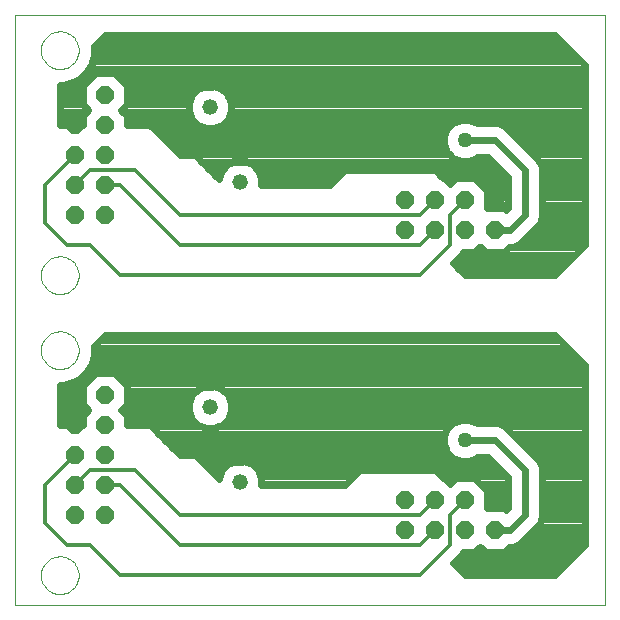
<source format=gbl>
G75*
%MOIN*%
%OFA0B0*%
%FSLAX24Y24*%
%IPPOS*%
%LPD*%
%AMOC8*
5,1,8,0,0,1.08239X$1,22.5*
%
%ADD10C,0.0000*%
%ADD11OC8,0.0600*%
%ADD12OC8,0.0520*%
%ADD13C,0.0520*%
%ADD14C,0.0240*%
%ADD15C,0.0500*%
%ADD16C,0.0120*%
D10*
X000100Y000100D02*
X000100Y019785D01*
X019785Y019785D01*
X019785Y000100D01*
X000100Y000100D01*
X000970Y001100D02*
X000972Y001150D01*
X000978Y001200D01*
X000988Y001249D01*
X001002Y001297D01*
X001019Y001344D01*
X001040Y001389D01*
X001065Y001433D01*
X001093Y001474D01*
X001125Y001513D01*
X001159Y001550D01*
X001196Y001584D01*
X001236Y001614D01*
X001278Y001641D01*
X001322Y001665D01*
X001368Y001686D01*
X001415Y001702D01*
X001463Y001715D01*
X001513Y001724D01*
X001562Y001729D01*
X001613Y001730D01*
X001663Y001727D01*
X001712Y001720D01*
X001761Y001709D01*
X001809Y001694D01*
X001855Y001676D01*
X001900Y001654D01*
X001943Y001628D01*
X001984Y001599D01*
X002023Y001567D01*
X002059Y001532D01*
X002091Y001494D01*
X002121Y001454D01*
X002148Y001411D01*
X002171Y001367D01*
X002190Y001321D01*
X002206Y001273D01*
X002218Y001224D01*
X002226Y001175D01*
X002230Y001125D01*
X002230Y001075D01*
X002226Y001025D01*
X002218Y000976D01*
X002206Y000927D01*
X002190Y000879D01*
X002171Y000833D01*
X002148Y000789D01*
X002121Y000746D01*
X002091Y000706D01*
X002059Y000668D01*
X002023Y000633D01*
X001984Y000601D01*
X001943Y000572D01*
X001900Y000546D01*
X001855Y000524D01*
X001809Y000506D01*
X001761Y000491D01*
X001712Y000480D01*
X001663Y000473D01*
X001613Y000470D01*
X001562Y000471D01*
X001513Y000476D01*
X001463Y000485D01*
X001415Y000498D01*
X001368Y000514D01*
X001322Y000535D01*
X001278Y000559D01*
X001236Y000586D01*
X001196Y000616D01*
X001159Y000650D01*
X001125Y000687D01*
X001093Y000726D01*
X001065Y000767D01*
X001040Y000811D01*
X001019Y000856D01*
X001002Y000903D01*
X000988Y000951D01*
X000978Y001000D01*
X000972Y001050D01*
X000970Y001100D01*
X000970Y008600D02*
X000972Y008650D01*
X000978Y008700D01*
X000988Y008749D01*
X001002Y008797D01*
X001019Y008844D01*
X001040Y008889D01*
X001065Y008933D01*
X001093Y008974D01*
X001125Y009013D01*
X001159Y009050D01*
X001196Y009084D01*
X001236Y009114D01*
X001278Y009141D01*
X001322Y009165D01*
X001368Y009186D01*
X001415Y009202D01*
X001463Y009215D01*
X001513Y009224D01*
X001562Y009229D01*
X001613Y009230D01*
X001663Y009227D01*
X001712Y009220D01*
X001761Y009209D01*
X001809Y009194D01*
X001855Y009176D01*
X001900Y009154D01*
X001943Y009128D01*
X001984Y009099D01*
X002023Y009067D01*
X002059Y009032D01*
X002091Y008994D01*
X002121Y008954D01*
X002148Y008911D01*
X002171Y008867D01*
X002190Y008821D01*
X002206Y008773D01*
X002218Y008724D01*
X002226Y008675D01*
X002230Y008625D01*
X002230Y008575D01*
X002226Y008525D01*
X002218Y008476D01*
X002206Y008427D01*
X002190Y008379D01*
X002171Y008333D01*
X002148Y008289D01*
X002121Y008246D01*
X002091Y008206D01*
X002059Y008168D01*
X002023Y008133D01*
X001984Y008101D01*
X001943Y008072D01*
X001900Y008046D01*
X001855Y008024D01*
X001809Y008006D01*
X001761Y007991D01*
X001712Y007980D01*
X001663Y007973D01*
X001613Y007970D01*
X001562Y007971D01*
X001513Y007976D01*
X001463Y007985D01*
X001415Y007998D01*
X001368Y008014D01*
X001322Y008035D01*
X001278Y008059D01*
X001236Y008086D01*
X001196Y008116D01*
X001159Y008150D01*
X001125Y008187D01*
X001093Y008226D01*
X001065Y008267D01*
X001040Y008311D01*
X001019Y008356D01*
X001002Y008403D01*
X000988Y008451D01*
X000978Y008500D01*
X000972Y008550D01*
X000970Y008600D01*
X000970Y011100D02*
X000972Y011150D01*
X000978Y011200D01*
X000988Y011249D01*
X001002Y011297D01*
X001019Y011344D01*
X001040Y011389D01*
X001065Y011433D01*
X001093Y011474D01*
X001125Y011513D01*
X001159Y011550D01*
X001196Y011584D01*
X001236Y011614D01*
X001278Y011641D01*
X001322Y011665D01*
X001368Y011686D01*
X001415Y011702D01*
X001463Y011715D01*
X001513Y011724D01*
X001562Y011729D01*
X001613Y011730D01*
X001663Y011727D01*
X001712Y011720D01*
X001761Y011709D01*
X001809Y011694D01*
X001855Y011676D01*
X001900Y011654D01*
X001943Y011628D01*
X001984Y011599D01*
X002023Y011567D01*
X002059Y011532D01*
X002091Y011494D01*
X002121Y011454D01*
X002148Y011411D01*
X002171Y011367D01*
X002190Y011321D01*
X002206Y011273D01*
X002218Y011224D01*
X002226Y011175D01*
X002230Y011125D01*
X002230Y011075D01*
X002226Y011025D01*
X002218Y010976D01*
X002206Y010927D01*
X002190Y010879D01*
X002171Y010833D01*
X002148Y010789D01*
X002121Y010746D01*
X002091Y010706D01*
X002059Y010668D01*
X002023Y010633D01*
X001984Y010601D01*
X001943Y010572D01*
X001900Y010546D01*
X001855Y010524D01*
X001809Y010506D01*
X001761Y010491D01*
X001712Y010480D01*
X001663Y010473D01*
X001613Y010470D01*
X001562Y010471D01*
X001513Y010476D01*
X001463Y010485D01*
X001415Y010498D01*
X001368Y010514D01*
X001322Y010535D01*
X001278Y010559D01*
X001236Y010586D01*
X001196Y010616D01*
X001159Y010650D01*
X001125Y010687D01*
X001093Y010726D01*
X001065Y010767D01*
X001040Y010811D01*
X001019Y010856D01*
X001002Y010903D01*
X000988Y010951D01*
X000978Y011000D01*
X000972Y011050D01*
X000970Y011100D01*
X000970Y018600D02*
X000972Y018650D01*
X000978Y018700D01*
X000988Y018749D01*
X001002Y018797D01*
X001019Y018844D01*
X001040Y018889D01*
X001065Y018933D01*
X001093Y018974D01*
X001125Y019013D01*
X001159Y019050D01*
X001196Y019084D01*
X001236Y019114D01*
X001278Y019141D01*
X001322Y019165D01*
X001368Y019186D01*
X001415Y019202D01*
X001463Y019215D01*
X001513Y019224D01*
X001562Y019229D01*
X001613Y019230D01*
X001663Y019227D01*
X001712Y019220D01*
X001761Y019209D01*
X001809Y019194D01*
X001855Y019176D01*
X001900Y019154D01*
X001943Y019128D01*
X001984Y019099D01*
X002023Y019067D01*
X002059Y019032D01*
X002091Y018994D01*
X002121Y018954D01*
X002148Y018911D01*
X002171Y018867D01*
X002190Y018821D01*
X002206Y018773D01*
X002218Y018724D01*
X002226Y018675D01*
X002230Y018625D01*
X002230Y018575D01*
X002226Y018525D01*
X002218Y018476D01*
X002206Y018427D01*
X002190Y018379D01*
X002171Y018333D01*
X002148Y018289D01*
X002121Y018246D01*
X002091Y018206D01*
X002059Y018168D01*
X002023Y018133D01*
X001984Y018101D01*
X001943Y018072D01*
X001900Y018046D01*
X001855Y018024D01*
X001809Y018006D01*
X001761Y017991D01*
X001712Y017980D01*
X001663Y017973D01*
X001613Y017970D01*
X001562Y017971D01*
X001513Y017976D01*
X001463Y017985D01*
X001415Y017998D01*
X001368Y018014D01*
X001322Y018035D01*
X001278Y018059D01*
X001236Y018086D01*
X001196Y018116D01*
X001159Y018150D01*
X001125Y018187D01*
X001093Y018226D01*
X001065Y018267D01*
X001040Y018311D01*
X001019Y018356D01*
X001002Y018403D01*
X000988Y018451D01*
X000978Y018500D01*
X000972Y018550D01*
X000970Y018600D01*
D11*
X002100Y017100D03*
X002100Y016100D03*
X002100Y015100D03*
X002100Y014100D03*
X002100Y013100D03*
X003100Y013100D03*
X003100Y014100D03*
X003100Y015100D03*
X003100Y016100D03*
X003100Y017100D03*
X003100Y007100D03*
X003100Y006100D03*
X003100Y005100D03*
X003100Y004100D03*
X003100Y003100D03*
X002100Y003100D03*
X002100Y004100D03*
X002100Y005100D03*
X002100Y006100D03*
X002100Y007100D03*
X013100Y003600D03*
X013100Y002600D03*
X014100Y002600D03*
X014100Y003600D03*
X015100Y003600D03*
X015100Y002600D03*
X016100Y002600D03*
X016100Y003600D03*
X016100Y012600D03*
X016100Y013600D03*
X015100Y013600D03*
X015100Y012600D03*
X014100Y012600D03*
X014100Y013600D03*
X013100Y013600D03*
X013100Y012600D03*
D12*
X007600Y015000D03*
X006600Y017500D03*
X006600Y007500D03*
X007600Y005000D03*
D13*
X007600Y004200D03*
X006600Y006700D03*
X007600Y014200D03*
X006600Y016700D03*
D14*
X006931Y016080D02*
X014604Y016080D01*
X014515Y015991D02*
X014410Y015737D01*
X014410Y015463D01*
X014515Y015209D01*
X014709Y015015D01*
X014963Y014910D01*
X015237Y014910D01*
X015491Y015015D01*
X015516Y015040D01*
X015868Y015040D01*
X016540Y014368D01*
X016540Y013332D01*
X016477Y013269D01*
X016407Y013340D01*
X015840Y013340D01*
X015840Y013907D01*
X015407Y014340D01*
X014793Y014340D01*
X014600Y014147D01*
X014407Y014340D01*
X014360Y014340D01*
X014100Y014600D01*
X011100Y014600D01*
X010600Y014100D01*
X008300Y014100D01*
X008300Y014339D01*
X008193Y014597D01*
X007997Y014793D01*
X007739Y014900D01*
X007461Y014900D01*
X007203Y014793D01*
X007007Y014597D01*
X006900Y014339D01*
X006900Y014300D01*
X006100Y015100D01*
X005600Y015100D01*
X004600Y016100D01*
X003840Y016100D01*
X003840Y016407D01*
X003647Y016600D01*
X003840Y016793D01*
X003840Y017407D01*
X003407Y017840D01*
X002793Y017840D01*
X002360Y017407D01*
X002360Y016793D01*
X002553Y016600D01*
X002360Y016407D01*
X002360Y016100D01*
X001600Y016100D01*
X001600Y017450D01*
X001751Y017450D01*
X002044Y017528D01*
X002306Y017680D01*
X002520Y017894D01*
X002672Y018156D01*
X002750Y018449D01*
X002750Y018750D01*
X003100Y019100D01*
X018100Y019100D01*
X019100Y018100D01*
X019100Y012100D01*
X018100Y011100D01*
X015100Y011100D01*
X014704Y011496D01*
X014883Y011676D01*
X015024Y011817D01*
X015042Y011860D01*
X015407Y011860D01*
X015600Y012053D01*
X015793Y011860D01*
X016407Y011860D01*
X016587Y012040D01*
X016711Y012040D01*
X016917Y012125D01*
X017417Y012625D01*
X017575Y012783D01*
X017660Y012989D01*
X017660Y014711D01*
X017575Y014917D01*
X016575Y015917D01*
X016417Y016075D01*
X016211Y016160D01*
X015516Y016160D01*
X015491Y016185D01*
X015237Y016290D01*
X014963Y016290D01*
X014709Y016185D01*
X014515Y015991D01*
X014453Y015841D02*
X004859Y015841D01*
X005097Y015603D02*
X014410Y015603D01*
X014451Y015364D02*
X005336Y015364D01*
X005574Y015126D02*
X014599Y015126D01*
X015100Y015600D02*
X016100Y015600D01*
X017100Y014600D01*
X017100Y013100D01*
X016600Y012600D01*
X016100Y012600D01*
X016572Y012025D02*
X019025Y012025D01*
X019100Y012264D02*
X017055Y012264D01*
X017294Y012502D02*
X019100Y012502D01*
X019100Y012741D02*
X017532Y012741D01*
X017656Y012979D02*
X019100Y012979D01*
X019100Y013218D02*
X017660Y013218D01*
X017660Y013456D02*
X019100Y013456D01*
X019100Y013695D02*
X017660Y013695D01*
X017660Y013933D02*
X019100Y013933D01*
X019100Y014172D02*
X017660Y014172D01*
X017660Y014410D02*
X019100Y014410D01*
X019100Y014649D02*
X017660Y014649D01*
X017587Y014887D02*
X019100Y014887D01*
X019100Y015126D02*
X017366Y015126D01*
X017128Y015364D02*
X019100Y015364D01*
X019100Y015603D02*
X016889Y015603D01*
X016651Y015841D02*
X019100Y015841D01*
X019100Y016080D02*
X016406Y016080D01*
X016021Y014887D02*
X007771Y014887D01*
X008141Y014649D02*
X016260Y014649D01*
X016498Y014410D02*
X014290Y014410D01*
X014575Y014172D02*
X014625Y014172D01*
X015575Y014172D02*
X016540Y014172D01*
X016540Y013933D02*
X015814Y013933D01*
X015840Y013695D02*
X016540Y013695D01*
X016540Y013456D02*
X015840Y013456D01*
X015628Y012025D02*
X015572Y012025D01*
X014994Y011787D02*
X018787Y011787D01*
X018548Y011548D02*
X014755Y011548D01*
X014890Y011310D02*
X018310Y011310D01*
X018100Y009100D02*
X019100Y008100D01*
X019100Y002100D01*
X018100Y001100D01*
X015100Y001100D01*
X014704Y001496D01*
X014883Y001676D01*
X015024Y001817D01*
X015042Y001860D01*
X015407Y001860D01*
X015600Y002053D01*
X015793Y001860D01*
X016407Y001860D01*
X016587Y002040D01*
X016711Y002040D01*
X016917Y002125D01*
X017417Y002625D01*
X017575Y002783D01*
X017660Y002989D01*
X017660Y004711D01*
X017575Y004917D01*
X016575Y005917D01*
X016417Y006075D01*
X016211Y006160D01*
X015516Y006160D01*
X015491Y006185D01*
X015237Y006290D01*
X014963Y006290D01*
X014709Y006185D01*
X014515Y005991D01*
X014410Y005737D01*
X014410Y005463D01*
X014515Y005209D01*
X014709Y005015D01*
X014963Y004910D01*
X015237Y004910D01*
X015491Y005015D01*
X015516Y005040D01*
X015868Y005040D01*
X016540Y004368D01*
X016540Y003332D01*
X016477Y003269D01*
X016407Y003340D01*
X015840Y003340D01*
X015840Y003907D01*
X015407Y004340D01*
X014793Y004340D01*
X014600Y004147D01*
X014407Y004340D01*
X014360Y004340D01*
X014100Y004600D01*
X011600Y004600D01*
X011100Y004100D01*
X008300Y004100D01*
X008300Y004339D01*
X008193Y004597D01*
X007997Y004793D01*
X007739Y004900D01*
X007461Y004900D01*
X007203Y004793D01*
X007007Y004597D01*
X006900Y004339D01*
X006900Y004300D01*
X006100Y005100D01*
X005600Y005100D01*
X004600Y006100D01*
X003840Y006100D01*
X003840Y006407D01*
X003647Y006600D01*
X003840Y006793D01*
X003840Y007407D01*
X003407Y007840D01*
X002793Y007840D01*
X002360Y007407D01*
X002360Y006793D01*
X002553Y006600D01*
X002360Y006407D01*
X002360Y006100D01*
X001600Y006100D01*
X001600Y007450D01*
X001751Y007450D01*
X002044Y007528D01*
X002306Y007680D01*
X002520Y007894D01*
X002672Y008156D01*
X002750Y008449D01*
X002750Y008750D01*
X003100Y009100D01*
X018100Y009100D01*
X018275Y008925D02*
X002925Y008925D01*
X002750Y008686D02*
X018514Y008686D01*
X018752Y008448D02*
X002750Y008448D01*
X002686Y008209D02*
X018991Y008209D01*
X019100Y007971D02*
X002564Y007971D01*
X002685Y007732D02*
X002358Y007732D01*
X002447Y007494D02*
X001913Y007494D01*
X001600Y007255D02*
X002360Y007255D01*
X002360Y007017D02*
X001600Y007017D01*
X001600Y006778D02*
X002375Y006778D01*
X002493Y006540D02*
X001600Y006540D01*
X001600Y006301D02*
X002360Y006301D01*
X003707Y006540D02*
X005909Y006540D01*
X005900Y006561D02*
X006007Y006303D01*
X006203Y006107D01*
X006461Y006000D01*
X006739Y006000D01*
X006997Y006107D01*
X007193Y006303D01*
X007300Y006561D01*
X007300Y006839D01*
X007193Y007097D01*
X006997Y007293D01*
X006739Y007400D01*
X006461Y007400D01*
X006203Y007293D01*
X006007Y007097D01*
X005900Y006839D01*
X005900Y006561D01*
X006009Y006301D02*
X003840Y006301D01*
X003825Y006778D02*
X005900Y006778D01*
X005973Y007017D02*
X003840Y007017D01*
X003840Y007255D02*
X006165Y007255D01*
X007035Y007255D02*
X019100Y007255D01*
X019100Y007017D02*
X007227Y007017D01*
X007300Y006778D02*
X019100Y006778D01*
X019100Y006540D02*
X007291Y006540D01*
X007191Y006301D02*
X019100Y006301D01*
X019100Y006063D02*
X016429Y006063D01*
X016668Y005824D02*
X019100Y005824D01*
X019100Y005586D02*
X016906Y005586D01*
X017145Y005347D02*
X019100Y005347D01*
X019100Y005109D02*
X017383Y005109D01*
X017594Y004870D02*
X019100Y004870D01*
X019100Y004632D02*
X017660Y004632D01*
X017660Y004393D02*
X019100Y004393D01*
X019100Y004155D02*
X017660Y004155D01*
X017660Y003916D02*
X019100Y003916D01*
X019100Y003678D02*
X017660Y003678D01*
X017660Y003439D02*
X019100Y003439D01*
X019100Y003201D02*
X017660Y003201D01*
X017649Y002962D02*
X019100Y002962D01*
X019100Y002724D02*
X017515Y002724D01*
X017277Y002485D02*
X019100Y002485D01*
X019100Y002247D02*
X017038Y002247D01*
X016555Y002008D02*
X019008Y002008D01*
X018770Y001770D02*
X014977Y001770D01*
X014738Y001531D02*
X018531Y001531D01*
X018293Y001293D02*
X014907Y001293D01*
X015555Y002008D02*
X015645Y002008D01*
X016100Y002600D02*
X016600Y002600D01*
X017100Y003100D01*
X017100Y004600D01*
X016100Y005600D01*
X015100Y005600D01*
X014587Y006063D02*
X006890Y006063D01*
X006310Y006063D02*
X004637Y006063D01*
X004876Y005824D02*
X014446Y005824D01*
X014410Y005586D02*
X005114Y005586D01*
X005353Y005347D02*
X014458Y005347D01*
X014616Y005109D02*
X005591Y005109D01*
X006330Y004870D02*
X007388Y004870D01*
X007042Y004632D02*
X006568Y004632D01*
X006807Y004393D02*
X006922Y004393D01*
X007812Y004870D02*
X016038Y004870D01*
X016277Y004632D02*
X008158Y004632D01*
X008278Y004393D02*
X011393Y004393D01*
X011155Y004155D02*
X008300Y004155D01*
X003753Y007494D02*
X019100Y007494D01*
X019100Y007732D02*
X003515Y007732D01*
X008300Y014172D02*
X010672Y014172D01*
X010910Y014410D02*
X008271Y014410D01*
X007429Y014887D02*
X006313Y014887D01*
X006551Y014649D02*
X007059Y014649D01*
X006929Y014410D02*
X006790Y014410D01*
X006739Y016000D02*
X006461Y016000D01*
X006203Y016107D01*
X006007Y016303D01*
X005900Y016561D01*
X005900Y016839D01*
X006007Y017097D01*
X006203Y017293D01*
X006461Y017400D01*
X006739Y017400D01*
X006997Y017293D01*
X007193Y017097D01*
X007300Y016839D01*
X007300Y016561D01*
X007193Y016303D01*
X006997Y016107D01*
X006739Y016000D01*
X006269Y016080D02*
X004620Y016080D01*
X003840Y016318D02*
X006001Y016318D01*
X005902Y016557D02*
X003690Y016557D01*
X003840Y016795D02*
X005900Y016795D01*
X005980Y017034D02*
X003840Y017034D01*
X003840Y017272D02*
X006182Y017272D01*
X007018Y017272D02*
X019100Y017272D01*
X019100Y017034D02*
X007220Y017034D01*
X007300Y016795D02*
X019100Y016795D01*
X019100Y016557D02*
X007298Y016557D01*
X007199Y016318D02*
X019100Y016318D01*
X019100Y017511D02*
X003736Y017511D01*
X003497Y017749D02*
X019100Y017749D01*
X019100Y017988D02*
X002574Y017988D01*
X002690Y018226D02*
X018974Y018226D01*
X018735Y018465D02*
X002750Y018465D01*
X002750Y018703D02*
X018497Y018703D01*
X018258Y018942D02*
X002942Y018942D01*
X002703Y017749D02*
X002375Y017749D01*
X002464Y017511D02*
X001977Y017511D01*
X001600Y017272D02*
X002360Y017272D01*
X002360Y017034D02*
X001600Y017034D01*
X001600Y016795D02*
X002360Y016795D01*
X002510Y016557D02*
X001600Y016557D01*
X001600Y016318D02*
X002360Y016318D01*
X014307Y004393D02*
X016515Y004393D01*
X016540Y004155D02*
X015592Y004155D01*
X015831Y003916D02*
X016540Y003916D01*
X016540Y003678D02*
X015840Y003678D01*
X015840Y003439D02*
X016540Y003439D01*
X014608Y004155D02*
X014592Y004155D01*
D15*
X015100Y005600D03*
X015100Y015600D03*
D16*
X015100Y013600D02*
X014600Y013100D01*
X014600Y012100D01*
X013600Y011100D01*
X003600Y011100D01*
X002600Y012100D01*
X001850Y012100D01*
X001100Y012850D01*
X001100Y014100D01*
X002100Y015100D01*
X002600Y014600D02*
X004100Y014600D01*
X005600Y013100D01*
X013600Y013100D01*
X014100Y013600D01*
X014100Y012600D02*
X013600Y012100D01*
X005600Y012100D01*
X003600Y014100D01*
X003100Y014100D01*
X002600Y014600D02*
X002100Y014100D01*
X002100Y005100D02*
X001100Y004100D01*
X001100Y002850D01*
X001850Y002100D01*
X002600Y002100D01*
X003600Y001100D01*
X013600Y001100D01*
X014600Y002100D01*
X014600Y003100D01*
X015100Y003600D01*
X014100Y003600D02*
X013600Y003100D01*
X005600Y003100D01*
X004100Y004600D01*
X002600Y004600D01*
X002100Y004100D01*
X003100Y004100D02*
X003600Y004100D01*
X005600Y002100D01*
X013600Y002100D01*
X014100Y002600D01*
M02*

</source>
